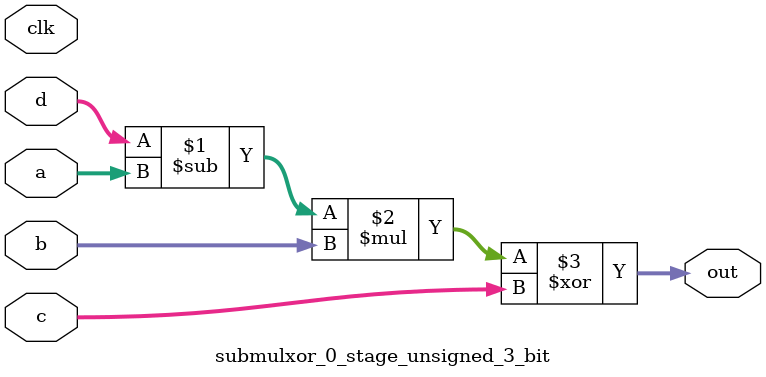
<source format=sv>
(* use_dsp = "yes" *) module submulxor_0_stage_unsigned_3_bit(
	input  [2:0] a,
	input  [2:0] b,
	input  [2:0] c,
	input  [2:0] d,
	output [2:0] out,
	input clk);

	assign out = ((d - a) * b) ^ c;
endmodule

</source>
